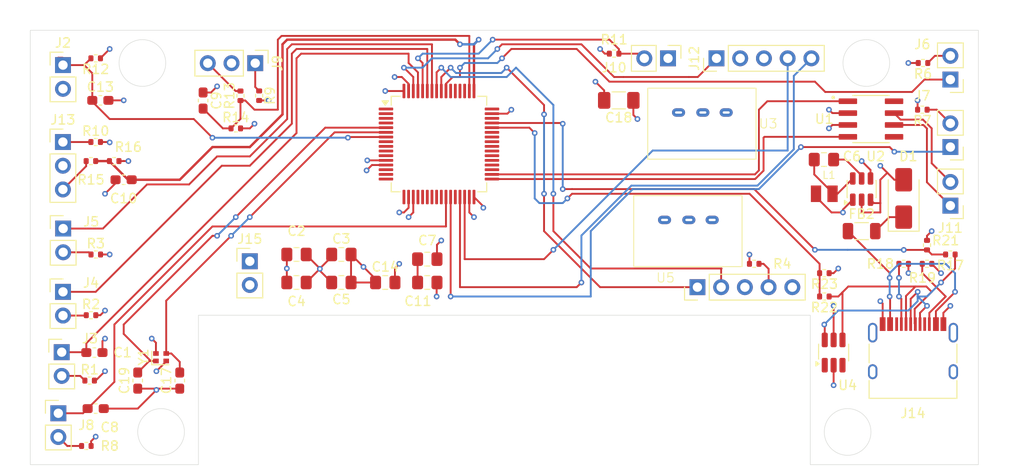
<source format=kicad_pcb>
(kicad_pcb (version 20241229) (generator "pcbnew") (generator_version "9.0")
  (layers (0 "F.Cu" signal) (4 "In1.Cu" signal) (6 "In2.Cu" signal) (8 "In3.Cu" signal) (10 "In4.Cu" signal) (2 "B.Cu" signal) (13 "F.Paste" user) (15 "B.Paste" user) (5 "F.SilkS" user "F.Silkscreen") (7 "B.SilkS" user "B.Silkscreen") (1 "F.Mask" user) (3 "B.Mask" user) (25 "Edge.Cuts" user))
  (net 0 "")
  (net 1 "PTT")
  (net 2 "GND")
  (net 3 "LT")
  (net 4 "RT")
  (net 5 "Encod1")
  (net 6 "Net-(J1-Pin_4)")
  (net 7 "ctogg")
  (net 8 "horn")
  (net 9 "carm")
  (net 10 "throt1")
  (net 11 "throt2")
  (net 12 "+24V")
  (net 13 "+3.3V")
  (net 14 "+5V")
  (net 15 "Net-(FB2-Pad1)")
  (net 17 "Net-(J2-Pin_1)")
  (net 18 "Net-(J3-Pin_2)")
  (net 19 "Net-(J4-Pin_2)")
  (net 20 "Net-(J5-Pin_2)")
  (net 21 "Net-(J6-Pin_2)")
  (net 22 "Net-(J7-Pin_2)")
  (net 23 "Net-(J8-Pin_2)")
  (net 24 "Net-(J9-Pin_3)")
  (net 25 "Net-(J9-Pin_1)")
  (net 26 "SCL")
  (net 27 "SDA")
  (net 28 "Net-(J11-Pin_2)")
  (net 29 "Net-(J11-Pin_1)")
  (net 30 "EncodClk")
  (net 31 "Net-(J13-Pin_1)")
  (net 32 "Net-(J13-Pin_3)")
  (net 34 "Net-(U4-IO4)")
  (net 36 "Net-(U4-IO3)")
  (net 37 "Net-(J14-CC2)")
  (net 38 "Net-(J14-CC1)")
  (net 39 "PA12")
  (net 40 "PA11")
  (net 41 "CAN_RX")
  (net 42 "CAN_TX")
  (net 45 "RegSel")
  (net 46 "Net-(U2-BST)")
  (net 47 "Net-(U6-PH1)")
  (net 48 "Net-(U6-PH0)")
  (net 49 "Net-(J10-Pin_2)")
  (net 86 "Net-(U2-SW)")
  (net 87 "Net-(C11-Pad1)")
  (net 88 "Net-(D1-K)")
  (footprint "Capacitor_SMD:C_0805_2012Metric_Pad1.18x1.45mm_HandSolder" (layer "F.Cu") (at 144.5 72 180)
    (property "Reference" "C2")
    (property "Value" "1uF")
  )
  (footprint "Diode_SMD:D_SMA" (layer "F.Cu") (at 209.5 66 90)
    (property "Reference" "D1")
    (property "Value" "SS14")
  )
  (footprint "Connector_PinHeader_2.54mm:PinHeader_1x02_P2.54mm_Vertical" (layer "F.Cu") (at 119 89)
    (property "Reference" "J8")
    (property "Value" "Conn_01x02_Pin")
  )
  (footprint "Resistor_SMD:R_0402_1005Metric" (layer "F.Cu") (at 211.57 51.5 180)
    (property "Reference" "R6")
    (property "Value" "10k")
  )
  (footprint "Capacitor_SMD:C_0805_2012Metric_Pad1.18x1.45mm_HandSolder" (layer "F.Cu") (at 200.9625 61.84 180)
    (property "Reference" "C6")
    (property "Value" "100nF")
  )
  (footprint "Capacitor_SMD:C_0603_1608Metric_Pad1.08x0.95mm_HandSolder" (layer "F.Cu") (at 122.8625 82.5 180)
    (property "Reference" "C1")
    (property "Value" "0.1uF")
  )
  (footprint "Resistor_SMD:R_0402_1005Metric" (layer "F.Cu") (at 140.5 55 -90)
    (property "Reference" "R9")
    (property "Value" "10k")
  )
  (footprint "Package_QFP:LQFP-64_10x10mm_P0.5mm" (layer "F.Cu") (at 159.75 60.175)
    (property "Reference" "U6" (hide yes))
    (property "Value" "STM32L496RGTx")
  )
  (footprint "Resistor_SMD:R_0402_1005Metric" (layer "F.Cu") (at 201.01 74 180)
    (property "Reference" "R23")
    (property "Value" "20k")
  )
  (footprint "Connector_PinHeader_2.54mm:PinHeader_1x05_P2.54mm_Vertical" (layer "F.Cu") (at 189.46 51 90)
    (property "Reference" "J12")
    (property "Value" "Conn_01x05_Pin")
  )
  (footprint "Resistor_SMD:R_0402_1005Metric" (layer "F.Cu") (at 123 51 180)
    (property "Reference" "R12")
    (property "Value" "10k")
  )
  (footprint "Resistor_SMD:R_0402_1005Metric" (layer "F.Cu") (at 123 59.96)
    (property "Reference" "R10")
    (property "Value" "10k")
  )
  (footprint "Capacitor_SMD:C_0805_2012Metric_Pad1.18x1.45mm_HandSolder" (layer "F.Cu") (at 158.5 72.5 180)
    (property "Reference" "C7")
    (property "Value" "22pF")
  )
  (footprint "Capacitor_SMD:C_1206_3216Metric_Pad1.33x1.80mm_HandSolder" (layer "F.Cu") (at 179 55.5 180)
    (property "Reference" "C18")
    (property "Value" "100uF")
  )
  (footprint "Resistor_SMD:R_0402_1005Metric" (layer "F.Cu") (at 122.3525 85.5)
    (property "Reference" "R1")
    (property "Value" "10k")
  )
  (footprint "Library2:SOIC127P599X175-8N" (layer "F.Cu") (at 206 57.5)
    (property "Reference" "U1")
    (property "Value" "TCAN332")
  )
  (footprint "Resistor_SMD:R_0402_1005Metric" (layer "F.Cu") (at 201.01 76.5 180)
    (property "Reference" "R22")
    (property "Value" "10k")
  )
  (footprint "Connector_PinHeader_2.54mm:PinHeader_1x02_P2.54mm_Vertical" (layer "F.Cu") (at 214.5 66.775 180)
    (property "Reference" "J11")
    (property "Value" "Conn_01x02_Pin")
  )
  (footprint "Resistor_SMD:R_0402_1005Metric" (layer "F.Cu") (at 122 92.5)
    (property "Reference" "R8")
    (property "Value" "10k")
  )
  (footprint "Resistor_SMD:R_0402_1005Metric" (layer "F.Cu") (at 209.5 73)
    (property "Reference" "R18")
    (property "Value" "5.1K")
  )
  (footprint "Resistor_SMD:R_1206_3216Metric" (layer "F.Cu") (at 205 69.5)
    (property "Reference" "FB2")
    (property "Value" "FerriteBead")
  )
  (footprint "Capacitor_SMD:C_0603_1608Metric_Pad1.08x0.95mm_HandSolder" (layer "F.Cu") (at 127.5 85.5 90)
    (property "Reference" "C19")
    (property "Value" "12pf")
  )
  (footprint "Capacitor_SMD:C_0603_1608Metric_Pad1.08x0.95mm_HandSolder" (layer "F.Cu") (at 123.5 55.5)
    (property "Reference" "C13")
    (property "Value" "0.1uF")
  )
  (footprint "Connector_PinHeader_2.54mm:PinHeader_1x02_P2.54mm_Vertical" (layer "F.Cu") (at 119.5 76)
    (property "Reference" "J4")
    (property "Value" "Conn_01x02_Pin")
  )
  (footprint "Connector_PinHeader_2.54mm:PinHeader_1x02_P2.54mm_Vertical" (layer "F.Cu") (at 184.275 51 -90)
    (property "Reference" "J10")
    (property "Value" "Conn_01x02_Pin")
  )
  (footprint "Resistor_SMD:R_0402_1005Metric" (layer "F.Cu") (at 212 71 -90)
    (property "Reference" "R21")
    (property "Value" "20k")
  )
  (footprint "Package_TO_SOT_SMD:SOT-23-6_Handsoldering" (layer "F.Cu") (at 202 82.5 90)
    (property "Reference" "U4")
    (property "Value" "SRV05-4")
  )
  (footprint "Connector_PinHeader_2.54mm:PinHeader_1x02_P2.54mm_Vertical" (layer "F.Cu") (at 119.52 69.225)
    (property "Reference" "J5")
    (property "Value" "Conn_01x02_Pin")
  )
  (footprint "Resistor_SMD:R_0402_1005Metric" (layer "F.Cu") (at 193.5 73 180)
    (property "Reference" "R4")
    (property "Value" "10k")
  )
  (footprint "EthanButton:DCDC" (layer "F.Cu") (at 188 58)
    (property "Reference" "U3")
    (property "Value" "RBT05W24S05")
  )
  (footprint "Resistor_SMD:R_0402_1005Metric" (layer "F.Cu") (at 211.5 56.5 180)
    (property "Reference" "R7")
    (property "Value" "10k")
  )
  (footprint "Resistor_SMD:R_0402_1005Metric" (layer "F.Cu") (at 122.5 78.5)
    (property "Reference" "R2")
    (property "Value" "10k")
  )
  (footprint "Capacitor_SMD:C_0805_2012Metric_Pad1.18x1.45mm_HandSolder" (layer "F.Cu") (at 149.3 72)
    (property "Reference" "C3")
    (property "Value" "1uF")
  )
  (footprint "Capacitor_SMD:C_0603_1608Metric_Pad1.08x0.95mm_HandSolder" (layer "F.Cu") (at 134.5 55.52 -90)
    (property "Reference" "C9")
    (property "Value" "0.1uF")
  )
  (footprint "Connector_PinHeader_2.54mm:PinHeader_1x02_P2.54mm_Vertical" (layer "F.Cu") (at 139.5 72.725)
    (property "Reference" "J15")
    (property "Value" "Conn_01x02_Pin")
  )
  (footprint "Resistor_SMD:R_0402_1005Metric" (layer "F.Cu") (at 138.5 55.01 90)
    (property "Reference" "R13")
    (property "Value" "10k")
  )
  (footprint "Capacitor_SMD:C_0603_1608Metric_Pad1.08x0.95mm_HandSolder" (layer "F.Cu") (at 125.99 64)
    (property "Reference" "C10")
    (property "Value" "0.1uF")
  )
  (footprint "Capacitor_SMD:C_0805_2012Metric_Pad1.18x1.45mm_HandSolder" (layer "F.Cu") (at 154 75)
    (property "Reference" "C14")
    (property "Value" "10uF")
  )
  (footprint "Connector_PinHeader_2.54mm:PinHeader_1x02_P2.54mm_Vertical" (layer "F.Cu") (at 119.5 51.725)
    (property "Reference" "J2")
    (property "Value" "Conn_01x02_Pin")
  )
  (footprint "Resistor_SMD:R_0402_1005Metric" (layer "F.Cu") (at 124.98 62)
    (property "Reference" "R16")
    (property "Value" "20k")
  )
  (footprint "Capacitor_SMD:C_0603_1608Metric_Pad1.08x0.95mm_HandSolder" (layer "F.Cu") (at 123 88.5 180)
    (property "Reference" "C8")
    (property "Value" "0.1uF")
  )
  (footprint "Capacitor_SMD:C_0805_2012Metric_Pad1.18x1.45mm_HandSolder" (layer "F.Cu") (at 158.5 75)
    (property "Reference" "C11")
    (property "Value" "22pF")
  )
  (footprint "Library2:INDC2016X100N - inductor" (layer "F.Cu") (at 201 65.5)
    (property "Reference" "L1")
    (property "Value" "4.7uH")
  )
  (footprint "EthanButton:DCDC" (layer "F.Cu") (at 186.5 69.5)
    (property "Reference" "U5")
    (property "Value" "RBT05W24S3V3")
  )
  (footprint "Resistor_SMD:R_0402_1005Metric" (layer "F.Cu") (at 212 73)
    (property "Reference" "R19")
    (property "Value" "5.1K")
  )
  (footprint "Connector_PinHeader_2.54mm:PinHeader_1x02_P2.54mm_Vertical" (layer "F.Cu") (at 214.5 60.5 180)
    (property "Reference" "J7")
    (property "Value" "Conn_01x02_Pin")
  )
  (footprint "Resistor_SMD:R_0402_1005Metric" (layer "F.Cu") (at 123.01 72)
    (property "Reference" "R3")
    (property "Value" "10k")
  )
  (footprint "Capacitor_SMD:C_0805_2012Metric_Pad1.18x1.45mm_HandSolder" (layer "F.Cu") (at 149.3 75)
    (property "Reference" "C5")
    (property "Value" "1uF")
  )
  (footprint "Connector_PinHeader_2.54mm:PinHeader_1x05_P2.54mm_Vertical" (layer "F.Cu") (at 187.42 75.5 90)
    (property "Reference" "J1" (hide yes))
    (property "Value" "Conn_01x05_Pin")
  )
  (footprint "Connector_PinHeader_2.54mm:PinHeader_1x02_P2.54mm_Vertical" (layer "F.Cu") (at 119.3625 82.46)
    (property "Reference" "J3")
    (property "Value" "Conn_01x02_Pin")
  )
  (footprint "Oscillator:Oscillator_SMD_Abracon_ASCO-4Pin_1.6x1.2mm" (layer "F.Cu") (at 130 83 90)
    (property "Reference" "Y1")
    (property "Value" "ASCO")
  )
  (footprint "Connector_PinHeader_2.54mm:PinHeader_1x02_P2.54mm_Vertical" (layer "F.Cu") (at 214.5 53.275 180)
    (property "Reference" "J6")
    (property "Value" "Conn_01x02_Pin")
  )
  (footprint "Resistor_SMD:R_0402_1005Metric" (layer "F.Cu") (at 122.49 62 180)
    (property "Reference" "R15")
    (property "Value" "10k")
  )
  (footprint "Package_TO_SOT_SMD:TSOT-23-6" (layer "F.Cu") (at 205 65 90)
    (property "Reference" "U2")
    (property "Value" "AP63203WU")
  )
  (footprint "Capacitor_SMD:C_0805_2012Metric_Pad1.18x1.45mm_HandSolder" (layer "F.Cu") (at 144.5 75 180)
    (property "Reference" "C4")
    (property "Value" "1uF")
  )
  (footprint "Connector_USB:USB_C_Receptacle_HRO_TYPE-C-31-M-12" (layer "F.Cu") (at 210.5 83.5)
    (property "Reference" "J14")
    (property "Value" "USB_C_Receptacle_USB2.0_16P")
  )
  (footprint "Resistor_SMD:R_0402_1005Metric" (layer "F.Cu") (at 178.5 50.5)
    (property "Reference" "R11")
    (property "Value" "100k")
  )
  (footprint "Capacitor_SMD:C_0603_1608Metric_Pad1.08x0.95mm_HandSolder" (layer "F.Cu") (at 132 85.5 90)
    (property "Reference" "C17")
    (property "Value" "12pf")
  )
  (footprint "Connector_PinHeader_2.54mm:PinHeader_1x03_P2.54mm_Vertical" (layer "F.Cu") (at 140.08 51.52 -90)
    (property "Reference" "J9")
    (property "Value" "Conn_01x03_Pin")
  )
  (footprint "Resistor_SMD:R_0402_1005Metric" (layer "F.Cu") (at 214.5 72 180)
    (property "Reference" "R17")
    (property "Value" "10k")
  )
  (footprint "Resistor_SMD:R_0402_1005Metric" (layer "F.Cu") (at 138 58.5)
    (property "Reference" "R14")
    (property "Value" "20k")
  )
  (footprint "Connector_PinHeader_2.54mm:PinHeader_1x03_P2.54mm_Vertical" (layer "F.Cu") (at 119.49 59.96)
    (property "Reference" "J13")
    (property "Value" "Conn_01x03_Pin")
  )
  (gr_poly (pts (xy 116 48) (xy 116 94.5) (xy 134 94.5) (xy 134 78.5) (xy 199.5 78.5) (xy 199.5 94.5) (xy 217.5 94.5) (xy 217.5 48)) (stroke (width 0.05)) (fill no) (layer "Edge.Cuts"))
  (gr_circle (center 205.5 51.5) (end 207.5 53) (stroke (width 0.05)) (fill no) (layer "Edge.Cuts"))
  (gr_circle (center 130 91) (end 132 92.5) (stroke (width 0.05)) (fill no) (layer "Edge.Cuts"))
  (gr_circle (center 203.5 91) (end 205.5 92.5) (stroke (width 0.05)) (fill no) (layer "Edge.Cuts"))
  (gr_circle (center 128 51.5) (end 130 53) (stroke (width 0.05)) (fill no) (layer "Edge.Cuts"))
  (segment (start 119.3625 82.46) (end 121.96 82.46) (width 0.2) (layer "F.Cu") (net 1))
  (segment (start 121.96 82.46) (end 122 82.5) (width 0.2) (layer "F.Cu") (net 1))
  (segment (start 156.5 50.5) (end 156.5 51.5) (width 0.2) (layer "F.Cu") (net 1))
  (segment (start 145 50.5) (end 156.5 50.5) (width 0.2) (layer "F.Cu") (net 1))
  (segment (start 144.5 59) (end 144.5 51) (width 0.2) (layer "F.Cu") (net 1))
  (segment (start 122 81.5) (end 144.5 59) (width 0.2) (layer "F.Cu") (net 1))
  (segment (start 157.5 52.5) (end 157.5 54.5) (width 0.2) (layer "F.Cu") (net 1))
  (segment (start 156.5 51.5) (end 157.5 52.5) (width 0.2) (layer "F.Cu") (net 1))
  (segment (start 144.5 51) (end 145 50.5) (width 0.2) (layer "F.Cu") (net 1))
  (segment (start 122 82.5) (end 122 81.5) (width 0.2) (layer "F.Cu") (net 1))
  (segment (start 156.5 53.725001) (end 155.774999 53) (width 0.2) (layer "F.Cu") (net 2))
  (segment (start 135.3425 54.6575) (end 136 54) (width 0.2) (layer "F.Cu") (net 2))
  (segment (start 177.5 50.5) (end 177 50) (width 0.2) (layer "F.Cu") (net 2))
  (segment (start 125.1275 64.3725) (end 124 65.5) (width 0.2) (layer "F.Cu") (net 2))
  (segment (start 127.5 88.5) (end 129.5 86.5) (width 0.2) (layer "F.Cu") (net 2))
  (segment (start 165.425 56.925) (end 167.075 56.925) (width 0.2) (layer "F.Cu") (net 2))
  (segment (start 152.9625 75) (end 150.3375 75) (width 0.2) (layer "F.Cu") (net 2))
  (segment (start 205.95 62.95) (end 205 62) (width 0.2) (layer "F.Cu") (net 2))
  (segment (start 177.99 50.5) (end 177.5 50.5) (width 0.2) (layer "F.Cu") (net 2))
  (segment (start 156 67.5) (end 155.5 67.5) (width 0.2) (layer "F.Cu") (net 2))
  (segment (start 212 70.49) (end 212 70) (width 0.2) (layer "F.Cu") (net 2))
  (segment (start 123.725 81.275) (end 124 81) (width 0.2) (layer "F.Cu") (net 2))
  (segment (start 129.6375 86.3625) (end 132 86.3625) (width 0.2) (layer "F.Cu") (net 2))
  (segment (start 125.49 62) (end 126 62) (width 0.2) (layer "F.Cu") (net 2))
  (segment (start 123.725 82.5) (end 123.725 81.275) (width 0.2) (layer "F.Cu") (net 2))
  (segment (start 177.4375 54.4375) (end 177.4375 55.5) (width 0.2) (layer "F.Cu") (net 2))
  (segment (start 127.5 86.3625) (end 129.3625 86.3625) (width 0.2) (layer "F.Cu") (net 2))
  (segment (start 130.55 83.45) (end 129.5 84.5) (width 0.2) (layer "F.Cu") (net 2))
  (segment (start 159.5375 75) (end 159.5 75.0375) (width 0.2) (layer "F.Cu") (net 2))
  (segment (start 213.75 79.455) (end 213.75 78.25) (width 0.2) (layer "F.Cu") (net 2))
  (segment (start 210.01 73) (end 210.01 73.99) (width 0.2) (layer "F.Cu") (net 2))
  (segment (start 134.5 54.6575) (end 135.3425 54.6575) (width 0.2) (layer "F.Cu") (net 2))
  (segment (start 201.52 74) (end 202 74) (width 0.2) (layer "F.Cu") (net 2))
  (segment (start 155.774999 53) (end 155 53) (width 0.2) (layer "F.Cu") (net 2))
  (segment (start 138.51 58.5) (end 139.5 58.5) (width 0.2) (layer "F.Cu") (net 2))
  (segment (start 212 70) (end 212.5 69.5) (width 0.2) (layer "F.Cu") (net 2))
  (segment (start 156.5 67) (end 156 67.5) (width 0.2) (layer "F.Cu") (net 2))
  (segment (start 203.53 56.865) (end 201.865 56.865) (width 0.2) (layer "F.Cu") (net 2))
  (segment (start 125.1275 64) (end 125.1275 64.3725) (width 0.2) (layer "F.Cu") (net 2))
  (segment (start 123.8625 88.5) (end 127.5 88.5) (width 0.2) (layer "F.Cu") (net 2))
  (segment (start 126 62) (end 126.5 62) (width 0.2) (layer "F.Cu") (net 2))
  (segment (start 139.5 58.5) (end 140 58) (width 0.2) (layer "F.Cu") (net 2))
  (segment (start 130.55 83.4) (end 130.55 83.45) (width 0.2) (layer "F.Cu") (net 2))
  (segment (start 207.25 79.455) (end 207.25 77.25) (width 0.2) (layer "F.Cu") (net 2))
  (segment (start 159.5 75.0375) (end 159.5 76.5) (width 0.2) (layer "F.Cu") (net 2))
  (segment (start 202 77.5) (end 202 81.15) (width 0.2) (layer "F.Cu") (net 2))
  (segment (start 152.9625 75) (end 152.9625 74.625) (width 0.2) (layer "F.Cu") (net 2))
  (segment (start 154.075 61.925) (end 152.075 61.925) (width 0.2) (layer "F.Cu") (net 2))
  (segment (start 156.5 54.5) (end 156.5 53.725001) (width 0.2) (layer "F.Cu") (net 2))
  (segment (start 163 67.5) (end 163.5 68) (width 0.2) (layer "F.Cu") (net 2))
  (segment (start 156.5 65.85) (end 156.5 67) (width 0.2) (layer "F.Cu") (net 2))
  (segment (start 213.75 78.25) (end 214.5 77.5) (width 0.2) (layer "F.Cu") (net 2))
  (segment (start 212.51 73) (end 212.51 73.01) (width 0.2) (layer "F.Cu") (net 2))
  (segment (start 151.66875 73.33125) (end 150.3375 72) (width 0.2) (layer "F.Cu") (net 2))
  (segment (start 143.4625 73.5) (end 143.4625 75) (width 0.2) (layer "F.Cu") (net 2))
  (segment (start 124.3625 55.5) (end 126 55.5) (width 0.2) (layer "F.Cu") (net 2))
  (segment (start 201.865 56.865) (end 201.5 56.5) (width 0.2) (layer "F.Cu") (net 2))
  (segment (start 163 65.85) (end 163 67.5) (width 0.2) (layer "F.Cu") (net 2))
  (segment (start 167.075 56.925) (end 167.5 56.5) (width 0.2) (layer "F.Cu") (net 2))
  (segment (start 152.9625 74.625) (end 151.66875 73.33125) (width 0.2) (layer "F.Cu") (net 2))
  (segment (start 129.5 86.5) (end 129.6375 86.3625) (width 0.2) (layer "F.Cu") (net 2))
  (segment (start 202 74) (end 202.5 73.5) (width 0.2) (layer "F.Cu") (net 2))
  (segment (start 207.25 77.25) (end 207 77) (width 0.2) (layer "F.Cu") (net 2))
  (segment (start 143.4625 72) (end 143.4625 73.5) (width 0.2) (layer "F.Cu") (net 2))
  (segment (start 150.3375 72) (end 150.3375 75) (width 0.2) (layer "F.Cu") (net 2))
  (segment (start 205.95 63.8625) (end 205.95 62.95) (width 0.2) (layer "F.Cu") (net 2))
  (segment (start 210.01 73.99) (end 210 74) (width 0.2) (layer "F.Cu") (net 2))
  (segment (start 129.3625 86.3625) (end 129.5 86.5) (width 0.2) (layer "F.Cu") (net 2))
  (segment (start 176.5 53.5) (end 177.4375 54.4375) (width 0.2) (layer "F.Cu") (net 2))
  (segment (start 212.51 73.01) (end 213.5 74) (width 0.2) (layer "F.Cu") (net 2))
  (via (at 207 77) (size 0.6) (drill 0.3) (layers "F.Cu" "B.Cu") (net 2))
  (via (at 129.5 86.5) (size 0.6) (drill 0.3) (layers "F.Cu" "B.Cu") (net 2))
  (via (at 159.5 76.5) (size 0.6) (drill 0.3) (layers "F.Cu" "B.Cu") (net 2))
  (via (at 152.075 61.925) (size 0.6) (drill 0.3) (layers "F.Cu" "B.Cu") (net 2))
  (via (at 136 54) (size 0.6) (drill 0.3) (layers "F.Cu" "B.Cu") (net 2))
  (via (at 214.5 77.5) (size 0.6) (drill 0.3) (layers "F.Cu" "B.Cu") (net 2))
  (via (at 163.5 68) (size 0.6) (drill 0.3) (layers "F.Cu" "B.Cu") (net 2))
  (via (at 177 50) (size 0.6) (drill 0.3) (layers "F.Cu" "B.Cu") (net 2))
  (via (at 124 65.5) (size 0.6) (drill 0.3) (layers "F.Cu" "B.Cu") (net 2))
  (via (at 176.5 53.5) (size 0.6) (drill 0.3) (layers "F.Cu" "B.Cu") (net 2))
  (via (at 213.5 74) (size 0.6) (drill 0.3) (layers "F.Cu" "B.Cu") (net 2))
  (via (at 155.5 67.5) (size 0.6) (drill 0.3) (layers "F.Cu" "B.Cu") (net 2))
  (via (at 140 58) (size 0.6) (drill 0.3) (layers "F.Cu" "B.Cu") (net 2))
  (via (at 205 62) (size 0.6) (drill 0.3) (layers "F.Cu" "B.Cu") (net 2))
  (via (at 210.01 73.99) (size 0.6) (drill 0.3) (layers "F.Cu" "B.Cu") (net 2))
  (via (at 202 77.5) (size 0.6) (drill 0.3) (layers "F.Cu" "B.Cu") (net 2))
  (via (at 155 53) (size 0.6) (drill 0.3) (layers "F.Cu" "B.Cu") (net 2))
  (via (at 143.4625 73.5) (size 0.6) (drill 0.3) (layers "F.Cu" "B.Cu") (net 2))
  (via (at 126.5 62) (size 0.6) (drill 0.3) (layers "F.Cu" "B.Cu") (net 2))
  (via (at 151.66875 73.33125) (size 0.6) (drill 0.3) (layers "F.Cu" "B.Cu") (net 2))
  (via (at 202.5 73.5) (size 0.6) (drill 0.3) (layers "F.Cu" "B.Cu") (net 2))
  (via (at 126 55.5) (size 0.6) (drill 0.3) (layers "F.Cu" "B.Cu") (net 2))
  (via (at 201.5 56.5) (size 0.6) (drill 0.3) (layers "F.Cu" "B.Cu") (net 2))
  (via (at 124 81) (size 0.6) (drill 0.3) (layers "F.Cu" "B.Cu") (net 2))
  (via (at 129.5 84.5) (size 0.6) (drill 0.3) (layers "F.Cu" "B.Cu") (net 2))
  (via (at 212.5 69.5) (size 0.6) (drill 0.3) (layers "F.Cu" "B.Cu") (net 2))
  (via (at 167.5 56.5) (size 0.6) (drill 0.3) (layers "F.Cu" "B.Cu") (net 2))
  (segment (start 144 58) (end 144 50.5) (width 0.2) (layer "F.Cu") (net 3))
  (segment (start 136.5 62.5) (end 139.5 62.5) (width 0.2) (layer "F.Cu") (net 3))
  (segment (start 123 76) (end 136.5 62.5) (width 0.2) (layer "F.Cu") (net 3))
  (segment (start 144.5 50) (end 158.5 50) (width 0.2) (layer "F.Cu") (net 3))
  (segment (start 158.5 50) (end 158.5 54.5) (width 0.2) (layer "F.Cu") (net 3))
  (segment (start 119.5 76) (end 123 76) (width 0.2) (layer "F.Cu") (net 3))
  (segment (start 139.5 62.5) (end 144 58) (width 0.2) (layer "F.Cu") (net 3))
  (segment (start 144 50.5) (end 144.5 50) (width 0.2) (layer "F.Cu") (net 3))
  (segment (start 119.52 69.225) (end 123.775 69.225) (width 0.2) (layer "F.Cu") (net 4))
  (segment (start 136 61.5) (end 139.5 61.5) (width 0.2) (layer "F.Cu") (net 4))
  (segment (start 159 49.5) (end 159 54.5) (width 0.2) (layer "F.Cu") (net 4))
  (segment (start 144 49.5) (end 159 49.5) (width 0.2) (layer "F.Cu") (net 4))
  (segment (start 143.5 50) (end 144 49.5) (width 0.2) (layer "F.Cu") (net 4))
  (segment (start 128.5 64.5) (end 133 64.5) (width 0.2) (layer "F.Cu") (net 4))
  (segment (start 143.5 57.5) (end 143.5 50) (width 0.2) (layer "F.Cu") (net 4))
  (segment (start 133 64.5) (end 136 61.5) (width 0.2) (layer "F.Cu") (net 4))
  (segment (start 139.5 61.5) (end 143.5 57.5) (width 0.2) (layer "F.Cu") (net 4))
  (segment (start 123.775 69.225) (end 128.5 64.5) (width 0.2) (layer "F.Cu") (net 4))
  (segment (start 159.5 54.5) (end 159.5 52.5) (width 0.2) (layer "F.Cu") (net 5))
  (segment (start 159.5 52.5) (end 160 52) (width 0.2) (layer "F.Cu") (net 5))
  (segment (start 172 69.5) (end 172 65.5) (width 0.2) (layer "F.Cu") (net 5))
  (segment (start 176 73.5) (end 172 69.5) (width 0.2) (layer "F.Cu") (net 5))
  (segment (start 189.96 73.54) (end 190 73.5) (width 0.2) (layer "F.Cu") (net 5))
  (segment (start 189.96 75.5) (end 189.96 73.54) (width 0.2) (layer "F.Cu") (net 5))
  (segment (start 190 73.5) (end 176 73.5) (width 0.2) (layer "F.Cu") (net 5))
  (via (at 160 52) (size 0.6) (drill 0.3) (layers "F.Cu" "B.Cu") (net 5))
  (via (at 172 65.5) (size 0.6) (drill 0.3) (layers "F.Cu" "B.Cu") (net 5))
  (segment (start 168 52) (end 167 53) (width 0.2) (layer "B.Cu") (net 5))
  (segment (start 161 53) (end 160 52) (width 0.2) (layer "B.Cu") (net 5))
  (segment (start 172 56) (end 168 52) (width 0.2) (layer "B.Cu") (net 5))
  (segment (start 167 53) (end 161 53) (width 0.2) (layer "B.Cu") (net 5))
  (segment (start 172 65.5) (end 172 56) (width 0.2) (layer "B.Cu") (net 5))
  (segment (start 194.5 73) (end 195.04 73.54) (width 0.2) (layer "F.Cu") (net 6))
  (segment (start 194.01 73) (end 194.5 73) (width 0.2) (layer "F.Cu") (net 6))
  (segment (start 195.04 73.54) (end 195.04 75.5) (width 0.2) (layer "F.Cu") (net 6))
  (segment (start 201.101 54.601) (end 200 53.5) (width 0.2) (layer "F.Cu") (net 7))
  (segment (start 162 52) (end 162 53) (width 0.2) (layer "F.Cu") (net 7))
  (segment (start 210.5 54.5) (end 210.399 54.601) (width 0.2) (layer "F.Cu") (net 7))
  (segment (start 160.5 53.725001) (end 160.5 54.5) (width 0.2) (layer "F.Cu") (net 7))
  (segment (start 174.5 50) (end 167.5 50) (width 0.2) (layer "F.Cu") (net 7))
  (segment (start 210.399 54.601) (end 201.101 54.601) (width 0.2) (layer "F.Cu") (net 7))
  (segment (start 178 53.5) (end 174.5 50) (width 0.2) (layer "F.Cu") (net 7))
  (segment (start 214.5 53.275) (end 211.725 53.275) (width 0.2) (layer "F.Cu") (net 7))
  (segment (start 167.5 50) (end 166.5 51) (width 0.2) (layer "F.Cu") (net 7))
  (segment (start 161.225001 53) (end 160.5 53.725001) (width 0.2) (layer "F.Cu") (net 7))
  (segment (start 211.725 53.275) (end 210.5 54.5) (width 0.2) (layer "F.Cu") (net 7))
  (segment (start 200 53.5) (end 178 53.5) (width 0.2) (layer "F.Cu") (net 7))
  (segment (start 162 53) (end 161.225001 53) (width 0.2) (layer "F.Cu") (net 7))
  (via (at 162 52) (size 0.6) (drill 0.3) (layers "F.Cu" "B.Cu") (net 7))
  (via (at 166.5 51) (size 0.6) (drill 0.3) (layers "F.Cu" "B.Cu") (net 7))
  (segment (start 166.5 51) (end 166 51.5) (width 0.2) (layer "B.Cu") (net 7))
  (segment (start 162.5 51.5) (end 162 52) (width 0.2) (layer "B.Cu") (net 7))
  (segment (start 166 51.5) (end 162.5 51.5) (width 0.2) (layer "B.Cu") (net 7))
  (segment (start 208 60.5) (end 198.5 60.5) (width 0.2) (layer "F.Cu") (net 8))
  (segment (start 161 76.5) (end 161 65.85) (width 0.2) (layer "F.Cu") (net 8))
  (segment (start 208.5 61) (end 208 60.5) (width 0.2) (layer "F.Cu") (net 8))
  (via (at 161 76.5) (size 0.6) (drill 0.3) (layers "F.Cu" "B.Cu") (net 8))
  (via (at 208.5 61) (size 0.6) (drill 0.3) (layers "F.Cu" "B.Cu") (net 8))
  (via (at 198.5 60.5) (size 0.6) (drill 0.3) (layers "F.Cu" "B.Cu") (net 8))
  (segment (start 198.5 60.5) (end 194 65) (width 0.2) (layer "B.Cu") (net 8))
  (segment (start 214.5 60.5) (end 214 61) (width 0.2) (layer "B.Cu") (net 8))
  (segment (start 176 69.5) (end 176 76.5) (width 0.2) (layer "B.Cu") (net 8))
  (segment (start 180.5 65) (end 176 69.5) (width 0.2) (layer "B.Cu") (net 8))
  (segment (start 194 65) (end 180.5 65) (width 0.2) (layer "B.Cu") (net 8))
  (segment (start 214 61) (end 208.5 61) (width 0.2) (layer "B.Cu") (net 8))
  (segment (start 176 76.5) (end 161 76.5) (width 0.2) (layer "B.Cu") (net 8))
  (segment (start 125 85.6375) (end 125 79.5) (width 0.2) (layer "F.Cu") (net 9))
  (segment (start 125 79.5) (end 135.5 69) (width 0.2) (layer "F.Cu") (net 9))
  (segment (start 135.5 69) (end 160.5 69) (width 0.2) (layer "F.Cu") (net 9))
  (segment (start 122.1375 88.5) (end 125 85.6375) (width 0.2) (layer "F.Cu") (net 9))
  (segment (start 121.6375 89) (end 122.1375 88.5) (width 0.2) (layer "F.Cu") (net 9))
  (segment (start 160.5 69) (end 160.5 65.85) (width 0.2) (layer "F.Cu") (net 9))
  (segment (start 119 89) (end 121.6375 89) (width 0.2) (layer "F.Cu") (net 9))
  (segment (start 142.899 48.601) (end 163 48.601) (width 0.2) (layer "F.Cu") (net 10))
  (segment (start 138.5 57.49) (end 137.49 58.5) (width 0.2) (layer "F.Cu") (net 10))
  (segment (start 139.02 55.52) (end 140 56.5) (width 0.2) (layer "F.Cu") (net 10))
  (segment (start 138.5 55.52) (end 139.02 55.52) (width 0.2) (layer "F.Cu") (net 10))
  (segment (start 142.5 56.5) (end 142.5 49) (width 0.2) (layer "F.Cu") (net 10))
  (segment (start 138.5 55.52) (end 138.5 57.49) (width 0.2) (layer "F.Cu") (net 10))
  (segment (start 140 56.5) (end 142.5 56.5) (width 0.2) (layer "F.Cu") (net 10))
  (segment (start 163 48.601) (end 163 54.5) (width 0.2) (layer "F.Cu") (net 10))
  (segment (start 142.5 49) (end 142.899 48.601) (width 0.2) (layer "F.Cu") (net 10))
  (segment (start 136.6175 58.5) (end 134.5 56.3825) (width 0.2) (layer "F.Cu") (net 10))
  (segment (start 137.49 58.5) (end 136.6175 58.5) (width 0.2) (layer "F.Cu") (net 10))
  (segment (start 163.5 49.5) (end 163.5 54.5) (width 0.254) (layer "F.Cu") (net 11))
  (segment (start 124.47 62) (end 126.47 64) (width 0.254) (layer "F.Cu") (net 11))
  (segment (start 123 62) (end 123 62.01) (width 0.254) (layer "F.Cu") (net 11))
  (segment (start 135.5 60.5) (end 139.5 60.5) (width 0.254) (layer "F.Cu") (net 11))
  (segment (start 126.8525 64) (end 132 64) (width 0.254) (layer "F.Cu") (net 11))
  (segment (start 139.5 60.5) (end 143 57) (width 0.254) (layer "F.Cu") (net 11))
  (segment (start 132 64) (end 135.5 60.5) (width 0.254) (layer "F.Cu") (net 11))
  (segment (start 143 57) (end 143 49.5) (width 0.254) (layer "F.Cu") (net 11))
  (segment (start 164 49) (end 163.5 49.5) (width 0.254) (layer "F.Cu") (net 11))
  (segment (start 123 62) (end 124.47 62) (width 0.254) (layer "F.Cu") (net 11))
  (segment (start 126.47 64) (end 126.8525 64) (width 0.254) (layer "F.Cu") (net 11))
  (segment (start 143.5 49) (end 161.5 49) (width 0.254) (layer "F.Cu") (net 11))
  (segment (start 143 49.5) (end 143.5 49) (width 0.254) (layer "F.Cu") (net 11))
  (segment (start 161.5 49) (end 162 49.5) (width 0.254) (layer "F.Cu") (net 11))
  (via (at 164 49) (size 0.6) (drill 0.3) (layers "F.Cu" "B.Cu") (net 11))
  (via (at 162 49.5) (size 0.6) (drill 0.3) (layers "F.Cu" "B.Cu") (net 11))
  (segment (start 162 49.5) (end 163.5 49.5) (width 0.254) (layer "B.Cu") (net 11))
  (segment (start 163.5 49.5) (end 164 49) (width 0.254) (layer "B.Cu") (net 11))
  (segment (start 180.5625 57.0625) (end 181 57.5) (width 0.2) (layer "F.Cu") (net 12))
  (segment (start 180.5625 55.5) (end 180.5625 57.0625) (width 0.2) (layer "F.Cu") (net 12))
  (via (at 181 57.5) (size 0.6) (drill 0.3) (layers "F.Cu" "B.Cu") (net 12))
  (segment (start 123.51 50.99) (end 124.5 50) (width 0.2) (layer "F.Cu") (net 13))
  (segment (start 123.52 72) (end 124.5 72) (width 0.2) (layer "F.Cu") (net 13))
  (segment (start 152.575 62.425) (end 152 63) (width 0.2) (layer "F.Cu") (net 13))
  (segment (start 156 54.5) (end 154 54.5) (width 0.2) (layer "F.Cu") (net 13))
  (segment (start 164.5 66.85) (end 164.5 67) (width 0.2) (layer "F.Cu") (net 13))
  (segment (start 147 73.7375) (end 148.2625 75) (width 0.2) (layer "F.Cu") (net 13))
  (segment (start 122.51 91.99) (end 123 91.5) (width 0.2) (layer "F.Cu") (net 13))
  (segment (start 123 85.5) (end 124 84.5) (width 0.2) (layer "F.Cu") (net 13))
  (segment (start 202 83.85) (end 202 86) (width 0.2) (layer "F.Cu") (net 13))
  (segment (start 147 73.5) (end 147 73.5375) (width 0.2) (layer "F.Cu") (net 13))
  (segment (start 201.78 67.5) (end 200.115 65.835) (width 0.2) (layer "F.Cu") (net 13))
  (segment (start 157 65.85) (end 157 67.5) (width 0.2) (layer "F.Cu") (net 13))
  (segment (start 159.5375 70.9625) (end 160 70.5) (width 0.2) (layer "F.Cu") (net 13))
  (segment (start 147 73.5) (end 147 73.5375) (width 0.2) (layer "F.Cu") (net 13))
  (segment (start 154.075 62.425) (end 152.575 62.425) (width 0.2) (layer "F.Cu") (net 13))
  (segment (start 147 73.5375) (end 145.5375 75) (width 0.2) (layer "F.Cu") (net 13))
  (segment (start 129.45 82.6) (end 129.45 81.45) (width 0.2) (layer "F.Cu") (net 13))
  (segment (start 163.5 65.85) (end 164.5 66.85) (width 0.2) (layer "F.Cu") (net 13))
  (segment (start 123.5 78.5) (end 124 78) (width 0.2) (layer "F.Cu") (net 13))
  (segment (start 204.05 66.1375) (end 203 67.1875) (width 0.2) (layer "F.Cu") (net 13))
  (segment (start 123.51 51) (end 123.51 50.99) (width 0.2) (layer "F.Cu") (net 13))
  (segment (start 203 67.1875) (end 203 67.5) (width 0.2) (layer "F.Cu") (net 13))
  (segment (start 129.45 81.45) (end 129 81) (width 0.2) (layer "F.Cu") (net 13))
  (segment (start 147 73.5) (end 148.2625 72.2375) (width 0.2) (layer "F.Cu") (net 13))
  (segment (start 201.865 58.135) (end 201.5 58.5) (width 0.2) (layer "F.Cu") (net 13))
  (segment (start 159.5375 72.5) (end 159.5375 70.9625) (width 0.2) (layer "F.Cu") (net 13))
  (segment (start 123.01 78.5) (end 123.5 78.5) (width 0.2) (layer "F.Cu") (net 13))
  (segment (start 157 67.5) (end 156.5 68) (width 0.2) (layer "F.Cu") (net 13))
  (segment (start 211.06 51.5) (end 210 51.5) (width 0.2) (layer "F.Cu") (net 13))
  (segment (start 145.5375 72) (end 145.5375 72.0375) (width 0.2) (layer "F.Cu") (net 13))
  (segment (start 203 67.5) (end 201.78 67.5) (width 0.2) (layer "F.Cu") (net 13))
  (segment (start 203.53 58.135) (end 201.865 58.135) (width 0.2) (layer "F.Cu") (net 13))
  (segment (start 147 73.5375) (end 147 73.7375) (width 0.2) (layer "F.Cu") (net 13))
  (segment (start 210.99 56.5) (end 210.99 55.51) (width 0.2) (layer "F.Cu") (net 13))
  (segment (start 148.2625 72.2375) (end 148.2625 72) (width 0.2) (layer "F.Cu") (net 13))
  (segment (start 200.115 65.835) (end 200.115 65.5) (width 0.2) (layer "F.Cu") (net 13))
  (segment (start 145.5375 72.0375) (end 147 73.5) (width 0.2) (layer "F.Cu") (net 13))
  (segment (start 122.8625 85.5) (end 123 85.5) (width 0.2) (layer "F.Cu") (net 13))
  (segment (start 122.51 92.5) (end 122.51 91.99) (width 0.2) (layer "F.Cu") (net 13))
  (via (at 210.99 55.51) (size 0.6) (drill 0.3) (layers "F.Cu" "B.Cu") (net 13))
  (via (at 201.5 58.5) (size 0.6) (drill 0.3) (layers "F.Cu" "B.Cu") (net 13))
  (via (at 154 54.5) (size 0.6) (drill 0.3) (layers "F.Cu" "B.Cu") (net 13))
  (via (at 156.5 68) (size 0.6) (drill 0.3) (layers "F.Cu" "B.Cu") (net 13))
  (via (at 164.5 67) (size 0.6) (drill 0.3) (layers "F.Cu" "B.Cu") (net 13))
  (via (at 147 73.5375) (size 0.6) (drill 0.3) (layers "F.Cu" "B.Cu") (net 13))
  (via (at 160 70.5) (size 0.6) (drill 0.3) (layers "F.Cu" "B.Cu") (net 13))
  (via (at 129 81) (size 0.6) (drill 0.3) (layers "F.Cu" "B.Cu") (net 13))
  (via (at 124 78) (size 0.6) (drill 0.3) (layers "F.Cu" "B.Cu") (net 13))
  (via (at 152 63) (size 0.6) (drill 0.3) (layers "F.Cu" "B.Cu") (net 13))
  (via (at 210 51.5) (size 0.6) (drill 0.3) (layers "F.Cu" "B.Cu") (net 13))
  (via (at 124.5 72) (size 0.6) (drill 0.3) (layers "F.Cu" "B.Cu") (net 13))
  (via (at 202 86) (size 0.6) (drill 0.3) (layers "F.Cu" "B.Cu") (net 13))
  (via (at 124.5 50) (size 0.6) (drill 0.3) (layers "F.Cu" "B.Cu") (net 13))
  (via (at 123 91.5) (size 0.6) (drill 0.3) (layers "F.Cu" "B.Cu") (net 13))
  (via (at 203 67.5) (size 0.6) (drill 0.3) (layers "F.Cu" "B.Cu") (net 13))
  (via (at 124 84.5) (size 0.6) (drill 0.3) (layers "F.Cu" "B.Cu") (net 13))
  (segment (start 205.95 66.1375) (end 206.3125 66.5) (width 0.2) (layer "F.Cu") (net 14))
  (segment (start 155.0375 75) (end 155.0375 73.4625) (width 0.2) (layer "F.Cu") (net 14))
  (segment (start 124.46 59.96) (end 124.5 60) (width 0.2) (layer "F.Cu") (net 14))
  (segment (start 206.3125 66.5) (end 207 66.5) (width 0.2) (layer "F.Cu") (net 14))
  (segment (start 155.0375 73.4625) (end 155.5 73) (width 0.2) (layer "F.Cu") (net 14))
  (segment (start 208.5 64) (end 207.75 63.25) (width 0.2) (layer "F.Cu") (net 14))
  (segment (start 207.75 63.25) (end 207 62.5) (width 0.2) (layer "F.Cu") (net 14))
  (segment (start 123.51 59.96) (end 124.46 59.96) (width 0.2) (layer "F.Cu") (net 14))
  (segment (start 207 66.5) (end 207 64) (width 0.2) (layer "F.Cu") (net 14))
  (segment (start 205 66.1375) (end 205 67.5) (width 0.2) (layer "F.Cu") (net 14))
  (segment (start 209.5 64) (end 208.5 64) (width 0.2) (layer "F.Cu") (net 14))
  (segment (start 140.5 55.51) (end 141.49 55.51) (width 0.2) (layer "F.Cu") (net 14))
  (segment (start 141.49 55.51) (end 141.5 55.5) (width 0.2) (layer "F.Cu") (net 14))
  (segment (start 192.99 73) (end 192.99 72.01) (width 0.2) (layer "F.Cu") (net 14))
  (segment (start 207 67.5) (end 207 66.5) (width 0.2) (layer "F.Cu") (net 14))
  (segment (start 205 67.5) (end 207 67.5) (width 0.2) (layer "F.Cu") (net 14))
  (segment (start 207 64) (end 207.75 63.25) (width 0.2) (layer "F.Cu") (net 14))
  (via (at 141.5 55.5) (size 0.6) (drill 0.3) (layers "F.Cu" "B.Cu") (net 14))
  (via (at 192.99 72.01) (size 0.6) (drill 0.3) (layers "F.Cu" "B.Cu") (net 14))
  (via (at 207 62.5) (size 0.6) (drill 0.3) (layers "F.Cu" "B.Cu") (net 14))
  (via (at 155.5 73) (size 0.6) (drill 0.3) (layers "F.Cu" "B.Cu") (net 14))
  (via (at 124.5 60) (size 0.6) (drill 0.3) (layers "F.Cu" "B.Cu") (net 14))
  (segment (start 212.95 78.074674) (end 215 76.024674) (width 0.2) (layer "F.Cu") (net 15))
  (segment (start 207.01875 72.98125) (end 203.5375 69.5) (width 0.2) (layer "F.Cu") (net 15))
  (segment (start 208.05 79.455) (end 208.05 76.55) (width 0.2) (layer "F.Cu") (net 15))
  (segment (start 208 74.5) (end 208 73.9625) (width 0.2) (layer "F.Cu") (net 15))
  (segment (start 208 73.9625) (end 207.01875 72.98125) (width 0.2) (layer "F.Cu") (net 15))
  (segment (start 208.05 76.55) (end 208 76.5) (width 0.2) (layer "F.Cu") (net 15))
  (segment (start 215 76.024674) (end 215 76) (width 0.2) (layer "F.Cu") (net 15))
  (segment (start 212.95 79.455) (end 212.95 78.074674) (width 0.2) (layer "F.Cu") (net 15))
  (via (at 208 74.5) (size 0.6) (drill 0.3) (layers "F.Cu" "B.Cu") (net 15))
  (via (at 208 76.5) (size 0.6) (drill 0.3) (layers "F.Cu" "B.Cu") (net 15))
  (via (at 215 76) (size 0.6) (drill 0.3) (layers "F.Cu" "B.Cu") (net 15))
  (segment (start 215 74) (end 214 73) (width 0.2) (layer "B.Cu") (net 15))
  (segment (start 208 74) (end 208 74.5) (width 0.2) (layer "B.Cu") (net 15))
  (segment (start 215 76) (end 215 74) (width 0.2) (layer "B.Cu") (net 15))
  (segment (start 208 76.5) (end 208 74.5) (width 0.2) (layer "B.Cu") (net 15))
  (segment (start 214 73) (end 209 73) (width 0.2) (layer "B.Cu") (net 15))
  (segment (start 209 73) (end 208 74) (width 0.2) (layer "B.Cu") (net 15))
  (segment (start 150 59.495) (end 150.07 59.425) (width 0.2) (layer "F.Cu") (net 17))
  (segment (start 124.5 57.5) (end 133.5 57.5) (width 0.2) (layer "F.Cu") (net 17))
  (segment (start 122.6375 55.6375) (end 124.5 57.5) (width 0.2) (layer "F.Cu") (net 17))
  (segment (start 135.5 59.5) (end 135.575 59.425) (width 0.2) (layer "F.Cu") (net 17))
  (segment (start 122.6375 52.5975) (end 122.6375 55.5) (width 0.2) (layer "F.Cu") (net 17))
  (segment (start 121.765 51.725) (end 122.49 51) (width 0.2) (layer "F.Cu") (net 17))
  (segment (start 121.765 51.725) (end 122.6375 52.5975) (width 0.2) (layer "F.Cu") (net 17))
  (segment (start 150.07 59.425) (end 154.075 59.425) (width 0.2) (layer "F.Cu") (net 17))
  (segment (start 119 50.96) (end 119.46 50.96) (width 0.254) (layer "F.Cu") (net 17))
  (segment (start 119.5 51.725) (end 121.765 51.725) (width 0.2) (layer "F.Cu") (net 17))
  (segment (start 122.6375 55.5) (end 122.6375 55.6375) (width 0.2) (layer "F.Cu") (net 17))
  (segment (start 119.188 51.148) (end 119 50.96) (width 0.254) (layer "F.Cu") (net 17))
  (segment (start 133.5 57.5) (end 135.5 59.5) (width 0.2) (layer "F.Cu") (net 17))
  (via (at 150 59.495) (size 0.6) (drill 0.3) (layers "F.Cu" "B.Cu") (net 17))
  (via (at 135.5 59.5) (size 0.6) (drill 0.3) (layers "F.Cu" "B.Cu") (net 17))
  (segment (start 146.5 59.5) (end 135.5 59.5) (width 0.2) (layer "B.Cu") (net 17))
  (segment (start 146.505 59.495) (end 146.5 59.5) (width 0.2) (layer "B.Cu") (net 17))
  (segment (start 150 59.495) (end 146.505 59.495) (width 0.2) (layer "B.Cu") (net 17))
  (segment (start 119.3625 85) (end 121.3425 85) (width 0.2) (layer "F.Cu") (net 18))
  (segment (start 121.3425 85) (end 121.8425 85.5) (width 0.2) (layer "F.Cu") (net 18))
  (segment (start 119.5 78.54) (end 121.95 78.54) (width 0.2) (layer "F.Cu") (net 19))
  (segment (start 121.95 78.54) (end 121.99 78.5) (width 0.2) (layer "F.Cu") (net 19))
  (segment (start 122.265 71.765) (end 122.5 72) (width 0.2) (layer "F.Cu") (net 20))
  (segment (start 119.52 71.765) (end 122.265 71.765) (width 0.2) (layer "F.Cu") (net 20))
  (segment (start 214.29 50.525) (end 214.5 50.735) (width 0.2) (layer "F.Cu") (net 21))
  (segment (start 212.845 50.735) (end 212.08 51.5) (width 0.2) (layer "F.Cu") (net 21))
  (segment (start 214.5 50.735) (end 212.845 50.735) (width 0.2) (layer "F.Cu") (net 21))
  (segment (start 214.5 57.96) (end 213.04 56.5) (width 0.2) (layer "F.Cu") (net 22))
  (segment (start 213.04 56.5) (end 212.01 56.5) (width 0.2) (layer "F.Cu") (net 22))
  (segment (start 119.96 92.5) (end 121.49 92.5) (width 0.2) (layer "F.Cu") (net 23))
  (segment (start 119 91.54) (end 119.96 92.5) (width 0.2) (layer "F.Cu") (net 23))
  (segment (start 135 51.52) (end 137.98 54.5) (width 0.2) (layer "F.Cu") (net 24))
  (segment (start 137.98 54.5) (end 138.5 54.5) (width 0.2) (layer "F.Cu") (net 24))
  (segment (start 140.08 54.07) (end 140.5 54.49) (width 0.2) (layer "F.Cu") (net 25))
  (segment (start 140.08 51.52) (end 140.08 54.07) (width 0.2) (layer "F.Cu") (net 25))
  (segment (start 174.5 75.5) (end 162 75.5) (width 0.2) (layer "F.Cu") (net 26))
  (segment (start 175 75) (end 174.5 75.5) (width 0.2) (layer "F.Cu") (net 26))
  (segment (start 162 75.5) (end 162 65.85) (width 0.2) (layer "F.Cu") (net 26))
  (via (at 175 75) (size 0.6) (drill 0.3) (layers "F.Cu" "B.Cu") (net 26))
  (segment (start 199.62 51) (end 197.737663 52.882337) (width 0.2) (layer "B.Cu") (net 26))
  (segment (start 180.346326 64.629) (end 175 69.975327) (width 0.2) (layer "B.Cu") (net 26))
  (segment (start 193.846326 64.629) (end 180.346326 64.629) (width 0.2) (layer "B.Cu") (net 26))
  (segment (start 197.737663 60.737663) (end 193.846326 64.629) (width 0.2) (layer "B.Cu") (net 26))
  (segment (start 197.737663 52.882337) (end 197.737663 60.737663) (width 0.2) (layer "B.Cu") (net 26))
  (segment (start 175 69.975327) (end 175 75) (width 0.2) (layer "B.Cu") (net 26))
  (segment (start 171 72.5) (end 162.5 72.5) (width 0.2) (layer "F.Cu") (net 27))
  (segment (start 172 71.5) (end 171 72.5) (width 0.2) (layer "F.Cu") (net 27))
  (segment (start 162.5 72.5) (end 162.5 65.85) (width 0.2) (layer "F.Cu") (net 27))
  (via (at 172 71.5) (size 0.6) (drill 0.3) (layers "F.Cu" "B.Cu") (net 27))
  (segment (start 197.08 60.870652) (end 182.629348 60.870652) (width 0.2) (layer "B.Cu") (net 27))
  (segment (start 197.08 51) (end 197.08 60.870652) (width 0.2) (layer "B.Cu") (net 27))
  (segment (start 182.629348 60.870652) (end 172 71.5) (width 0.2) (layer "B.Cu") (net 27))
  (segment (start 212.5 62.235) (end 212.5 58.5) (width 0.2) (layer "F.Cu") (net 28))
  (segment (start 209.169 57.564) (end 208.47 56.865) (width 0.2) (layer "F.Cu") (net 28))
  (segment (start 211.564 57.564) (end 209.169 57.564) (width 0.2) (layer "F.Cu") (net 28))
  (segment (start 214.5 64.235) (end 212.5 62.235) (width 0.2) (layer "F.Cu") (net 28))
  (segment (start 212.5 58.5) (end 211.564 57.564) (width 0.2) (layer "F.Cu") (net 28))
  (segment (start 214.5 66.775) (end 211.987663 64.262663) (width 0.2) (layer "F.Cu") (net 29))
  (segment (start 211.610326 58.135) (end 208.47 58.135) (width 0.2) (layer "F.Cu") (net 29))
  (segment (start 211.987663 64.262663) (end 211.987663 58.512337) (width 0.2) (layer "F.Cu") (net 29))
  (segment (start 211.987663 58.512337) (end 211.610326 58.135) (width 0.2) (layer "F.Cu") (net 29))
  (segment (start 171 69.5) (end 171 65.5) (width 0.2) (layer "F.Cu") (net 30))
  (segment (start 187.42 75.5) (end 177 75.5) (width 0.2) (layer "F.Cu") (net 30))
  (segment (start 160 54.5) (end 160 53) (width 0.2) (layer "F.Cu") (net 30))
  (segment (start 171 57) (end 171 56) (width 0.2) (layer "F.Cu") (net 30))
  (segment (start 171 56) (end 167 52) (width 0.2) (layer "F.Cu") (net 30))
  (segment (start 160 53) (end 161 52) (width 0.2) (layer "F.Cu") (net 30))
  (segment (start 177 75.5) (end 171 69.5) (width 0.2) (layer "F.Cu") (net 30))
  (via (at 161 52) (size 0.6) (drill 0.3) (layers "F.Cu" "B.Cu") (net 30))
  (via (at 167 52) (size 0.6) (drill 0.3) (layers "F.Cu" "B.Cu") (net 30))
  (via (at 171 65.5) (size 0.6) (drill 0.3) (layers "F.Cu" "B.Cu") (net 30))
  (via (at 171 57) (size 0.6) (drill 0.3) (layers "F.Cu" "B.Cu") (net 30))
  (segment (start 161.571 52.571) (end 166.429 52.571) (width 0.2) (layer "B.Cu") (net 30))
  (segment (start 171 65.5) (end 171 57) (width 0.2) (layer "B.Cu") (net 30))
  (segment (start 161 52) (end 161.571 52.571) (width 0.2) (layer "B.Cu") (net 30))
  (segment (start 166.429 52.571) (end 166.5 52.5) (width 0.2) (layer "B.Cu") (net 30))
  (segment (start 166.5 52.5) (end 167 52) (width 0.2) (layer "B.Cu") (net 30))
  (segment (start 119.49 59.96) (end 122.49 59.96) (width 0.2) (layer "F.Cu") (net 31))
  (segment (start 121.98 62.06) (end 121.98 62) (width 0.254) (layer "F.Cu") (net 32))
  (segment (start 119.49 65.04) (end 121.98 62.55) (width 0.2) (layer "F.Cu") (net 32))
  (segment (start 121.98 62.55) (end 121.98 62) (width 0.2) (layer "F.Cu") (net 32))
  (segment (start 201 79.6) (end 201.05 79.65) (width 0.2) (layer "F.Cu") (net 34))
  (segment (start 201.05 79.55) (end 201 79.5) (width 0.2) (layer "F.Cu") (net 34))
  (segment (start 215 72.01) (end 215.01 72) (width 0.2) (layer "F.Cu") (net 34))
  (segment (start 201.05 81.15) (end 201.05 79.55) (width 0.2) (layer "F.Cu") (net 34))
  (segment (start 210.25 76.75) (end 211 76) (width 0.2) (layer "F.Cu") (net 34))
  (segment (start 210.25 79.455) (end 210.25 76.75) (width 0.2) (layer "F.Cu") (net 34))
  (segment (start 211.25 78.25) (end 212 77.5) (width 0.2) (layer "F.Cu") (net 34))
  (segment (start 201 79.5) (end 201 79.6) (width 0.2) (layer "F.Cu") (net 34))
  (segment (start 215 73.5) (end 215 72.01) (width 0.2) (layer "F.Cu") (net 34))
  (segment (start 213.5 75) (end 215 73.5) (width 0.2) (layer "F.Cu") (net 34))
  (segment (start 211.25 79.455) (end 211.25 78.25) (width 0.2) (layer "F.Cu") (net 34))
  (via (at 201 79.5) (size 0.6) (drill 0.3) (layers "F.Cu" "B.Cu") (net 34))
  (via (at 212 77.5) (size 0.6) (drill 0.3) (layers "F.Cu" "B.Cu") (net 34))
  (via (at 211 76) (size 0.6) (drill 0.3) (layers "F.Cu" "B.Cu") (net 34))
  (via (at 213.5 75) (size 0.6) (drill 0.3) (layers "F.Cu" "B.Cu") (net 34))
  (segment (start 202.5 78) (end 210 78) (width 0.2) (layer "B.Cu") (net 34))
  (segment (start 211 77) (end 211 76) (width 0.2) (layer "B.Cu") (net 34))
  (segment (start 212 76.5) (end 211 76.5) (width 0.2) (layer "B.Cu") (net 34))
  (segment (start 210 78) (end 211 77) (width 0.2) (layer "B.Cu") (net 34))
  (segment (start 211 76) (end 211 76.5) (width 0.2) (layer "B.Cu") (net 34))
  (segment (start 213.5 75) (end 212 76.5) (width 0.2) (layer "B.Cu") (net 34))
  (segment (start 201 79.5) (end 202.5 78) (width 0.2) (layer "B.Cu") (net 34))
  (segment (start 211 76.5) (end 212 77.5) (width 0.2) (layer "B.Cu") (net 34))
  (segment (start 210.679 79.384) (end 210.679 77.821) (width 0.2) (layer "F.Cu") (net 36))
  (segment (start 209.75 76.442484) (end 210.763484 75.429) (width 0.2) (layer "F.Cu") (net 36))
  (segment (start 211.929 75.429) (end 212.5 76) (width 0.2) (layer "F.Cu") (net 36))
  (segment (start 203.571 75.429) (end 202.95 76.05) (width 0.2) (layer "F.Cu") (net 36))
  (segment (start 202.95 76.05) (end 202.95 81.15) (width 0.2) (layer "F.Cu") (net 36))
  (segment (start 210.763484 75.429) (end 203.571 75.429) (width 0.2) (layer "F.Cu") (net 36))
  (segment (start 210.679 77.821) (end 212.5 76) (width 0.2) (layer "F.Cu") (net 36))
  (segment (start 210.75 79.455) (end 210.679 79.384) (width 0.2) (layer "F.Cu") (net 36))
  (segment (start 209.75 79.455) (end 209.75 76.442484) (width 0.2) (layer "F.Cu") (net 36))
  (segment (start 202.5 76.5) (end 201.52 76.5) (width 0.2) (layer "F.Cu") (net 36))
  (segment (start 210.763484 75.429) (end 211.929 75.429) (width 0.2) (layer "F.Cu") (net 36))
  (segment (start 202.95 76.05) (end 202.5 76.5) (width 0.2) (layer "F.Cu") (net 36))
  (segment (start 214 76.5) (end 211.49 73.99) (width 0.2) (layer "F.Cu") (net 37))
  (segment (start 212.25 79.455) (end 212.25 78.25) (width 0.2) (layer "F.Cu") (net 37))
  (segment (start 212.25 78.25) (end 214 76.5) (width 0.2) (layer "F.Cu") (net 37))
  (segment (start 211.49 73.99) (end 211.49 73) (width 0.2) (layer "F.Cu") (net 37))
  (segment (start 209.25 79.455) (end 209.25 76.75) (width 0.2) (layer "F.Cu") (net 38))
  (segment (start 209.25 76.75) (end 209 76.5) (width 0.2) (layer "F.Cu") (net 38))
  (segment (start 209 74.5) (end 209 73.01) (width 0.2) (layer "F.Cu") (net 38))
  (segment (start 209 73.01) (end 208.99 73) (width 0.2) (layer "F.Cu") (net 38))
  (via (at 209 74.5) (size 0.6) (drill 0.3) (layers "F.Cu" "B.Cu") (net 38))
  (via (at 209 76.5) (size 0.6) (drill 0.3) (layers "F.Cu" "B.Cu") (net 38))
  (segment (start 209 76.5) (end 209 74.5) (width 0.2) (layer "B.Cu") (net 38))
  (segment (start 173 58) (end 172.925 57.925) (width 0.2) (layer "F.Cu") (net 39))
  (segment (start 213.99 72) (end 212.51 72) (width 0.2) (layer "F.Cu") (net 39))
  (segment (start 174 65) (end 173 65) (width 0.2) (layer "F.Cu") (net 39))
  (segment (start 200 71.5) (end 193.5 65) (width 0.2) (layer "F.Cu") (net 39))
  (segment (start 209.51 71.51) (end 209.5 71.5) (width 0.2) (layer "F.Cu") (net 39))
  (segment (start 212.51 72) (end 212.01 71.5) (width 0.2) (layer "F.Cu") (net 39))
  (segment (start 172.925 57.925) (end 165.425 57.925) (width 0.2) (layer "F.Cu") (net 39))
  (segment (start 193.5 65) (end 174 65) (width 0.2) (layer "F.Cu") (net 39))
  (segment (start 212 71.51) (end 209.51 71.51) (width 0.2) (layer "F.Cu") (net 39))
  (via (at 173 58) (size 0.6) (drill 0.3) (layers "F.Cu" "B.Cu") (net 39))
  (via (at 200 71.5) (size 0.6) (drill 0.3) (layers "F.Cu" "B.Cu") (net 39))
  (via (at 209.51 71.51) (size 0.6) (drill 0.3) (layers "F.Cu" "B.Cu") (net 39))
  (via (at 173 65) (size 0.6) (drill 0.3) (layers "F.Cu" "B.Cu") (net 39))
  (segment (start 203.5 71.5) (end 200 71.5) (width 0.2) (layer "B.Cu") (net 39))
  (segment (start 209.51 71.51) (end 209.5 71.5) (width 0.2) (layer "B.Cu") (net 39))
  (segment (start 173 65) (end 173 58) (width 0.2) (layer "B.Cu") (net 39))
  (segment (start 209.5 71.5) (end 203.5 71.5) (width 0.2) (layer "B.Cu") (net 39))
  (segment (start 200.5 73) (end 193 65.5) (width 0.2) (layer "F.Cu") (net 40))
  (segment (start 174 65.5) (end 173.5 66) (width 0.2) (layer "F.Cu") (net 40))
  (segment (start 193 65.5) (end 174 65.5) (width 0.2) (layer "F.Cu") (net 40))
  (segment (start 169.425 58.425) (end 165.425 58.425) (width 0.2) (layer "F.Cu") (net 40))
  (segment (start 200.5 74) (end 200.5 73) (width 0.2) (layer "F.Cu") (net 40))
  (segment (start 200.5 76.5) (end 200.5 74) (width 0.2) (layer "F.Cu") (net 40))
  (segment (start 170 59) (end 169.425 58.425) (width 0.2) (layer "F.Cu") (net 40))
  (via (at 173.5 66) (size 0.6) (drill 0.3) (layers "F.Cu" "B.Cu") (net 40))
  (via (at 170 59) (size 0.6) (drill 0.3) (layers "F.Cu" "B.Cu") (net 40))
  (segment (start 170 66) (end 170 59) (width 0.2) (layer "B.Cu") (net 40))
  (segment (start 173 66.5) (end 170.5 66.5) (width 0.2) (layer "B.Cu") (net 40))
  (segment (start 173.5 66) (end 173 66.5) (width 0.2) (layer "B.Cu") (net 40))
  (segment (start 170.5 66.5) (end 170 66) (width 0.2) (layer "B.Cu") (net 40))
  (segment (start 194.012337 63.512337) (end 193.728673 63.796) (width 0.2) (layer "F.Cu") (net 41))
  (segment (start 194.595 59.405) (end 194.5 59.5) (width 0.2) (layer "F.Cu") (net 41))
  (segment (start 193.728673 63.796) (end 193.599674 63.925) (width 0.2) (layer "F.Cu") (net 41))
  (segment (start 193.599674 63.925) (end 165.425 63.925) (width 0.2) (layer "F.Cu") (net 41))
  (segment (start 194.5 59.5) (end 194.5 63.024673) (width 0.2) (layer "F.Cu") (net 41))
  (segment (start 194.5 63.024673) (end 194.012337 63.512337) (width 0.2) (layer "F.Cu") (net 41))
  (segment (start 203.53 59.405) (end 194.595 59.405) (width 0.2) (layer "F.Cu") (net 41))
  (segment (start 203.53 55.595) (end 194.905 55.595) (width 0.2) (layer "F.Cu") (net 42))
  (segment (start 194 56.5) (end 194 63) (width 0.2) (layer "F.Cu") (net 42))
  (segment (start 193.575 63.425) (end 165.425 63.425) (width 0.2) (layer "F.Cu") (net 42))
  (segment (start 194.905 55.595) (end 194 56.5) (width 0.2) (layer "F.Cu") (net 42))
  (segment (start 194 63) (end 193.575 63.425) (width 0.2) (layer "F.Cu") (net 42))
  (segment (start 179.5 53) (end 178.5 53) (width 0.2) (layer "F.Cu") (net 45))
  (segment (start 175 49.5) (end 166.5 49.5) (width 0.2) (layer "F.Cu") (net 45))
  (segment (start 166.5 49.5) (end 166 50) (width 0.2) (layer "F.Cu") (net 45))
  (segment (start 156 52) (end 157 53) (width 0.2) (layer "F.Cu") (net 45))
  (segment (start 187.46 53) (end 186.5 53) (width 0.2) (layer "F.Cu") (net 45))
  (segment (start 157 53) (end 157 54.5) (width 0.2) (layer "F.Cu") (net 45))
  (segment (start 186.5 53) (end 179.5 53) (width 0.2) (layer "F.Cu") (net 45))
  (segment (start 178.5 53) (end 175 49.5) (width 0.2) (layer "F.Cu") (net 45))
  (segment (start 189.46 51) (end 187.46 53) (width 0.2) (layer "F.Cu") (net 45))
  (via (at 156 52) (size 0.6) (drill 0.3) (layers "F.Cu" "B.Cu") (net 45))
  (via (at 166 50) (size 0.6) (drill 0.3) (layers "F.Cu" "B.Cu") (net 45))
  (segment (start 158 52) (end 156 52) (width 0.2) (layer "B.Cu") (net 45))
  (segment (start 159 51) (end 158 52) (width 0.2) (layer "B.Cu") (net 45))
  (segment (start 165 51) (end 159 51) (width 0.2) (layer "B.Cu") (net 45))
  (segment (start 166 50) (end 165 51) (width 0.2) (layer "B.Cu") (net 45))
  (segment (start 199.925 63.425) (end 199.925 61.84) (width 0.2) (layer "F.Cu") (net 46))
  (segment (start 201.885 65.385) (end 199.925 63.425) (width 0.2) (layer "F.Cu") (net 46))
  (segment (start 202.4125 65.5) (end 201.885 65.5) (width 0.2) (layer "F.Cu") (net 46))
  (segment (start 204.05 63.8625) (end 202.4125 65.5) (width 0.2) (layer "F.Cu") (net 46))
  (segment (start 201.885 65.5) (end 201.885 65.385) (width 0.2) (layer "F.Cu") (net 46))
  (segment (start 130.55 82.6) (end 131.1 82.6) (width 0.2) (layer "F.Cu") (net 47))
  (segment (start 132 83.5) (end 132 84.6375) (width 0.2) (layer "F.Cu") (net 47))
  (segment (start 130.55 76.95) (end 137.5 70) (width 0.2) (layer "F.Cu") (net 47))
  (segment (start 131.1 82.6) (end 132 83.5) (width 0.2) (layer "F.Cu") (net 47))
  (segment (start 130.55 82.6) (end 130.55 76.95) (width 0.2) (layer "F.Cu") (net 47))
  (segment (start 148.575 58.925) (end 154.075 58.925) (width 0.2) (layer "F.Cu") (net 47))
  (segment (start 139.5 68) (end 148.575 58.925) (width 0.2) (layer "F.Cu") (net 47))
  (via (at 139.5 68) (size 0.6) (drill 0.3) (layers "F.Cu" "B.Cu") (net 47))
  (via (at 137.5 70) (size 0.6) (drill 0.3) (layers "F.Cu" "B.Cu") (net 47))
  (segment (start 137.5 70) (end 139.5 68) (width 0.2) (layer "B.Cu") (net 47))
  (segment (start 135.5 70) (end 136 70) (width 0.2) (layer "F.Cu") (net 48))
  (segment (start 128.9 83.4) (end 126 80.5) (width 0.2) (layer "F.Cu") (net 48))
  (segment (start 129.45 83.4) (end 128.9 83.4) (width 0.2) (layer "F.Cu") (net 48))
  (segment (start 129.45 83.4) (end 128.7375 83.4) (width 0.2) (layer "F.Cu") (net 48))
  (segment (start 128.7375 83.4) (end 127.5 84.6375) (width 0.2) (layer "F.Cu") (net 48))
  (segment (start 126 79.5) (end 135.5 70) (width 0.2) (layer "F.Cu") (net 48))
  (segment (start 147.575 58.425) (end 154.075 58.425) (width 0.2) (layer "F.Cu") (net 48))
  (segment (start 126 80.5) (end 126 79.5) (width 0.2) (layer "F.Cu") (net 48))
  (segment (start 138 68) (end 147.575 58.425) (width 0.2) (layer "F.Cu") (net 48))
  (via (at 136 70) (size 0.6) (drill 0.3) (layers "F.Cu" "B.Cu") (net 48))
  (via (at 138 68) (size 0.6) (drill 0.3) (layers "F.Cu" "B.Cu") (net 48))
  (segment (start 136 70) (end 138 68) (width 0.2) (layer "B.Cu") (net 48))
  (segment (start 181.235 50.5) (end 179.01 50.5) (width 0.2) (layer "F.Cu") (net 49))
  (segment (start 179.01 50.01) (end 178 49) (width 0.2) (layer "F.Cu") (net 49))
  (segment (start 157.5 51) (end 158 51.5) (width 0.2) (layer "F.Cu") (net 49))
  (segment (start 178 49) (end 165.5 49) (width 0.2) (layer "F.Cu") (net 49))
  (segment (start 179.01 50.5) (end 179.01 50.01) (width 0.2) (layer "F.Cu") (net 49))
  (segment (start 158 51.5) (end 158 54.5) (width 0.2) (layer "F.Cu") (net 49))
  (segment (start 181.735 51) (end 181.235 50.5) (width 0.2) (layer "F.Cu") (net 49))
  (via (at 157.5 51) (size 0.6) (drill 0.3) (layers "F.Cu" "B.Cu") (net 49))
  (via (at 165.5 49) (size 0.6) (drill 0.3) (layers "F.Cu" "B.Cu") (net 49))
  (segment (start 165.5 49) (end 164 50.5) (width 0.2) (layer "B.Cu") (net 49))
  (segment (start 158 50.5) (end 157.5 51) (width 0.2) (layer "B.Cu") (net 49))
  (segment (start 164 50.5) (end 158 50.5) (width 0.2) (layer "B.Cu") (net 49))
  (segment (start 203.28954 61.84) (end 202 61.84) (width 0.2) (layer "F.Cu") (net 86))
  (segment (start 205 63.8625) (end 205 63.55046) (width 0.2) (layer "F.Cu") (net 86))
  (segment (start 205 63.55046) (end 203.28954 61.84) (width 0.2) (layer "F.Cu") (net 86))
  (segment (start 157.4625 75) (end 157.4625 72.5) (width 0.2) (layer "F.Cu") (net 87))
  (segment (start 206.4625 69.5) (end 207.9625 68) (width 0.2) (layer "F.Cu") (net 88))
  (segment (start 207.9625 68) (end 209.5 68) (width 0.2) (layer "F.Cu") (net 88))
)
</source>
